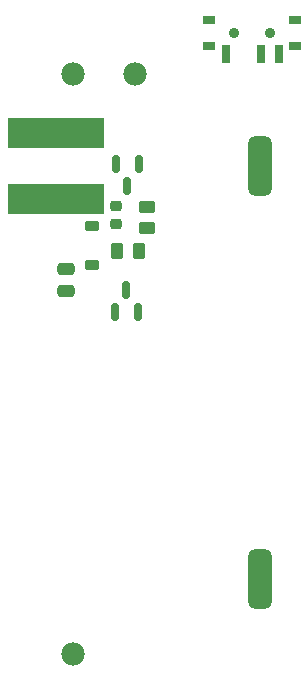
<source format=gbr>
%TF.GenerationSoftware,KiCad,Pcbnew,7.0.1*%
%TF.CreationDate,2024-04-03T13:53:06+02:00*%
%TF.ProjectId,filament,66696c61-6d65-46e7-942e-6b696361645f,rev?*%
%TF.SameCoordinates,Original*%
%TF.FileFunction,Soldermask,Bot*%
%TF.FilePolarity,Negative*%
%FSLAX46Y46*%
G04 Gerber Fmt 4.6, Leading zero omitted, Abs format (unit mm)*
G04 Created by KiCad (PCBNEW 7.0.1) date 2024-04-03 13:53:06*
%MOMM*%
%LPD*%
G01*
G04 APERTURE LIST*
G04 Aperture macros list*
%AMRoundRect*
0 Rectangle with rounded corners*
0 $1 Rounding radius*
0 $2 $3 $4 $5 $6 $7 $8 $9 X,Y pos of 4 corners*
0 Add a 4 corners polygon primitive as box body*
4,1,4,$2,$3,$4,$5,$6,$7,$8,$9,$2,$3,0*
0 Add four circle primitives for the rounded corners*
1,1,$1+$1,$2,$3*
1,1,$1+$1,$4,$5*
1,1,$1+$1,$6,$7*
1,1,$1+$1,$8,$9*
0 Add four rect primitives between the rounded corners*
20,1,$1+$1,$2,$3,$4,$5,0*
20,1,$1+$1,$4,$5,$6,$7,0*
20,1,$1+$1,$6,$7,$8,$9,0*
20,1,$1+$1,$8,$9,$2,$3,0*%
G04 Aperture macros list end*
%ADD10RoundRect,0.500000X0.500000X-2.000000X0.500000X2.000000X-0.500000X2.000000X-0.500000X-2.000000X0*%
%ADD11C,1.989000*%
%ADD12C,1.980000*%
%ADD13RoundRect,0.250000X-0.450000X0.262500X-0.450000X-0.262500X0.450000X-0.262500X0.450000X0.262500X0*%
%ADD14RoundRect,0.225000X0.375000X-0.225000X0.375000X0.225000X-0.375000X0.225000X-0.375000X-0.225000X0*%
%ADD15RoundRect,0.150000X-0.150000X0.587500X-0.150000X-0.587500X0.150000X-0.587500X0.150000X0.587500X0*%
%ADD16R,8.200000X2.600000*%
%ADD17RoundRect,0.250000X-0.262500X-0.450000X0.262500X-0.450000X0.262500X0.450000X-0.262500X0.450000X0*%
%ADD18RoundRect,0.150000X0.150000X-0.587500X0.150000X0.587500X-0.150000X0.587500X-0.150000X-0.587500X0*%
%ADD19RoundRect,0.250000X-0.475000X0.250000X-0.475000X-0.250000X0.475000X-0.250000X0.475000X0.250000X0*%
%ADD20R,0.700000X1.500000*%
%ADD21R,1.000000X0.800000*%
%ADD22C,0.900000*%
%ADD23RoundRect,0.225000X-0.250000X0.225000X-0.250000X-0.225000X0.250000X-0.225000X0.250000X0.225000X0*%
G04 APERTURE END LIST*
D10*
%TO.C,D2*%
X146300000Y-115000000D03*
X146300000Y-80000000D03*
%TD*%
D11*
%TO.C,BT1*%
X130400000Y-72250000D03*
X130400000Y-121350000D03*
D12*
X135710000Y-72250000D03*
%TD*%
D13*
%TO.C,R1*%
X136700000Y-85312500D03*
X136700000Y-83487500D03*
%TD*%
D14*
%TO.C,D1*%
X132078596Y-85150000D03*
X132078596Y-88450000D03*
%TD*%
D15*
%TO.C,Q1*%
X135033596Y-81697500D03*
X135983596Y-79822500D03*
X134083596Y-79822500D03*
%TD*%
D16*
%TO.C,L1*%
X128978596Y-82800000D03*
X128978596Y-77200000D03*
%TD*%
D17*
%TO.C,R2*%
X136012500Y-87200000D03*
X134187500Y-87200000D03*
%TD*%
D18*
%TO.C,Q2*%
X134950000Y-90525000D03*
X134000000Y-92400000D03*
X135900000Y-92400000D03*
%TD*%
D19*
%TO.C,C2*%
X129878596Y-90650000D03*
X129878596Y-88750000D03*
%TD*%
D20*
%TO.C,SW1*%
X147850000Y-70550000D03*
X146350000Y-70550000D03*
X143350000Y-70550000D03*
D21*
X149250000Y-69900000D03*
X149250000Y-67700000D03*
D22*
X147100000Y-68800000D03*
X144100000Y-68800000D03*
D21*
X141950000Y-69900000D03*
X141950000Y-67700000D03*
%TD*%
D23*
%TO.C,C1*%
X134078596Y-84975000D03*
X134078596Y-83425000D03*
%TD*%
M02*

</source>
